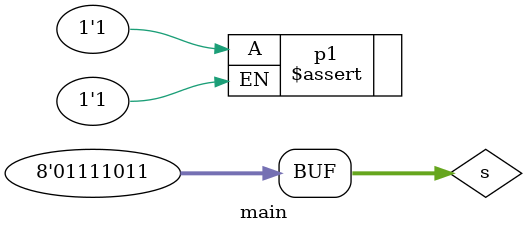
<source format=sv>
module main;

  struct packed {
    // a struct inside a struct
    struct packed {
      bit [7:0] field1;
    } field1;
  } s;

  initial begin
    s.field1.field1 = 123;
  end

  // Expected to pass.
  p1: assert property (s.field1.field1 == 123);

endmodule

</source>
